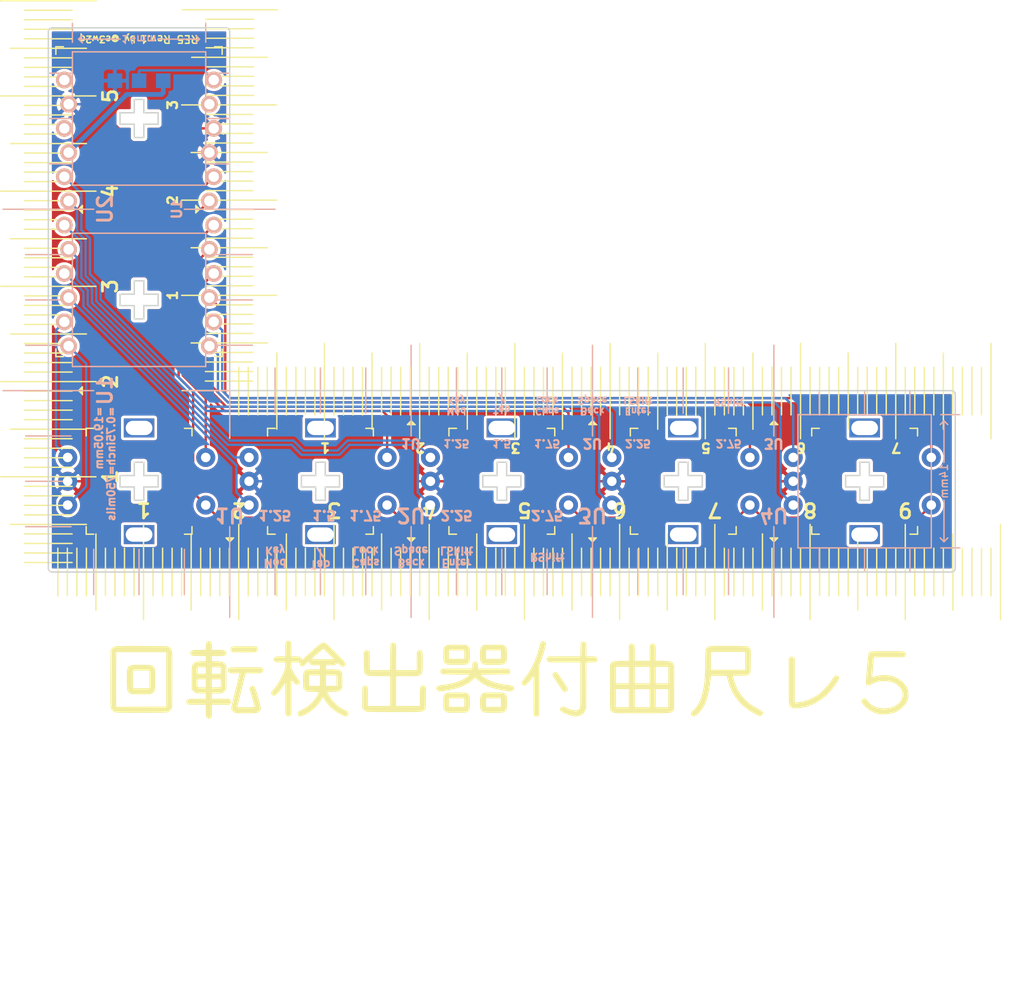
<source format=kicad_pcb>
(kicad_pcb (version 20171130) (host pcbnew "(5.0.2)-1")
  (title_block (title "RE5 Macropad") (rev 1) (company @e3w2q))
  (layers (0 F.Cu signal) (31 B.Cu signal) (34 B.Paste user) (35 F.Paste user) (36 B.SilkS user) (37 F.SilkS user) (38 B.Mask user hide) (39 F.Mask user) (44 Edge.Cuts user))
  (net 0 "")
  (net 1 GND)
  (net 2 Y1)
  (net 3 X1)
  (net 4 X2)
  (net 5 X3)
  (net 6 X4)
  (net 7 X5)
  (net 8 led)
  (net 9 VCC)
  (net 10 reset)
  (net 11 1A)
  (net 12 5B)
  (net 13 5A)
  (net 14 4B)
  (net 15 4A)
  (net 16 3B)
  (net 17 3A)
  (net 18 2B)
  (net 19 2A)
  (net 20 1B)
  (module "#footprint:ArduinoProMicro-ZigZag_Backside_Print" (layer B.Cu) (at 47.228125 72.23125 270)
    (fp_text reference U1 hide)
    (fp_text value ProMicro)
    (pad 1 thru_hole circle (at -13.97 -7.8486 270) (size 1.7526 1.7526) (drill 1.0922) (layers *.Cu *.SilkS *.Mask) (net 8 led))
    (pad 2 thru_hole circle (at -11.43 -7.3914 270) (size 1.7526 1.7526) (drill 1.0922) (layers *.Cu *.SilkS *.Mask))
    (pad 3 thru_hole circle (at -8.89 -7.8486 270) (size 1.7526 1.7526) (drill 1.0922) (layers *.Cu *.SilkS *.Mask) (net 1 GND))
    (pad 4 thru_hole circle (at -6.35 -7.3914 270) (size 1.7526 1.7526) (drill 1.0922) (layers *.Cu *.SilkS *.Mask) (net 1 GND))
    (pad 5 thru_hole circle (at -3.81 -7.8486 270) (size 1.7526 1.7526) (drill 1.0922) (layers *.Cu *.SilkS *.Mask) (net 2 Y1))
    (pad 6 thru_hole circle (at -1.27 -7.3914 270) (size 1.7526 1.7526) (drill 1.0922) (layers *.Cu *.SilkS *.Mask) (net 3 X1))
    (pad 7 thru_hole circle (at 1.27 -7.8486 270) (size 1.7526 1.7526) (drill 1.0922) (layers *.Cu *.SilkS *.Mask) (net 4 X2))
    (pad 8 thru_hole circle (at 3.81 -7.3914 270) (size 1.7526 1.7526) (drill 1.0922) (layers *.Cu *.SilkS *.Mask) (net 5 X3))
    (pad 9 thru_hole circle (at 6.35 -7.8486 270) (size 1.7526 1.7526) (drill 1.0922) (layers *.Cu *.SilkS *.Mask) (net 6 X4))
    (pad 10 thru_hole circle (at 8.89 -7.3914 270) (size 1.7526 1.7526) (drill 1.0922) (layers *.Cu *.SilkS *.Mask) (net 7 X5))
    (pad 11 thru_hole circle (at 11.43 -7.8486 270) (size 1.7526 1.7526) (drill 1.0922) (layers *.Cu *.SilkS *.Mask) (net 13 5A))
    (pad 13 thru_hole circle (at 13.97 7.3914 270) (size 1.7526 1.7526) (drill 1.0922) (layers *.Cu *.SilkS *.Mask) (net 20 1B))
    (pad 14 thru_hole circle (at 11.43 7.8486 270) (size 1.7526 1.7526) (drill 1.0922) (layers *.Cu *.SilkS *.Mask) (net 11 1A))
    (pad 15 thru_hole circle (at 8.89 7.3914 270) (size 1.7526 1.7526) (drill 1.0922) (layers *.Cu *.SilkS *.Mask) (net 18 2B))
    (pad 16 thru_hole circle (at 6.35 7.8486 270) (size 1.7526 1.7526) (drill 1.0922) (layers *.Cu *.SilkS *.Mask) (net 19 2A))
    (pad 17 thru_hole circle (at 3.81 7.3914 270) (size 1.7526 1.7526) (drill 1.0922) (layers *.Cu *.SilkS *.Mask) (net 16 3B))
    (pad 18 thru_hole circle (at 1.27 7.8486 270) (size 1.7526 1.7526) (drill 1.0922) (layers *.Cu *.SilkS *.Mask) (net 17 3A))
    (pad 19 thru_hole circle (at -1.27 7.3914 270) (size 1.7526 1.7526) (drill 1.0922) (layers *.Cu *.SilkS *.Mask) (net 14 4B))
    (pad 20 thru_hole circle (at -3.81 7.8486 270) (size 1.7526 1.7526) (drill 1.0922) (layers *.Cu *.SilkS *.Mask) (net 15 4A))
    (pad 21 thru_hole circle (at -6.35 7.3914 270) (size 1.7526 1.7526) (drill 1.0922) (layers *.Cu *.SilkS *.Mask) (net 9 VCC))
    (pad 22 thru_hole circle (at -8.89 7.8486 270) (size 1.7526 1.7526) (drill 1.0922) (layers *.Cu *.SilkS *.Mask) (net 10 reset))
    (pad 23 thru_hole circle (at -11.43 7.3914 270) (size 1.7526 1.7526) (drill 1.0922) (layers *.Cu *.SilkS *.Mask) (net 1 GND))
    (pad 12 thru_hole circle (at 13.97 -7.3914 270) (size 1.7526 1.7526) (drill 1.0922) (layers *.Cu *.SilkS *.Mask) (net 12 5B))
    (pad 24 thru_hole circle (at -13.97 7.8486 270) (size 1.7526 1.7526) (drill 1.0922) (layers *.Cu *.SilkS *.Mask))
  )
  (module "#footprint:RotaryEncoder_Alps_EC11E-Switch_Vertical_H20mm_rev2" (layer F.Cu) (at 47.234094 100.403406)
    (fp_text reference SW1)
    (fp_text value Rotary_Encoder_Switch)
    (pad S1 thru_hole circle (at 7 2.5) (size 2 2) (drill 1) (layers *.Cu *.Mask) (net 2 Y1))
    (pad S2 thru_hole circle (at 7 -2.5) (size 2 2) (drill 1) (layers *.Cu *.Mask) (net 3 X1))
    (pad MP thru_hole rect (at 0 5.6) (size 3.2 2) (drill oval 2.8 1.5) (layers *.Cu *.Mask))
    (pad MP thru_hole rect (at 0 -5.6) (size 3.2 2) (drill oval 2.8 1.5) (layers *.Cu *.Mask))
    (pad B thru_hole circle (at -7.5 2.5) (size 2 2) (drill 1) (layers *.Cu *.Mask) (net 20 1B))
    (pad C thru_hole circle (at -7.5 0) (size 2 2) (drill 1) (layers *.Cu *.Mask) (net 1 GND))
    (pad A thru_hole circle (at -7.5 -2.5) (size 2 2) (drill 1) (layers *.Cu *.Mask) (net 11 1A))
  )
  (module "#footprint:RotaryEncoder_Alps_EC11E-Switch_Vertical_H20mm_rev2" (layer F.Cu) (at 66.284094 100.403406)
    (fp_text reference SW2)
    (fp_text value Rotary_Encoder_Switch)
    (pad S1 thru_hole circle (at 7 2.5) (size 2 2) (drill 1) (layers *.Cu *.Mask) (net 2 Y1))
    (pad S2 thru_hole circle (at 7 -2.5) (size 2 2) (drill 1) (layers *.Cu *.Mask) (net 4 X2))
    (pad MP thru_hole rect (at 0 5.6) (size 3.2 2) (drill oval 2.8 1.5) (layers *.Cu *.Mask))
    (pad MP thru_hole rect (at 0 -5.6) (size 3.2 2) (drill oval 2.8 1.5) (layers *.Cu *.Mask))
    (pad B thru_hole circle (at -7.5 2.5) (size 2 2) (drill 1) (layers *.Cu *.Mask) (net 18 2B))
    (pad C thru_hole circle (at -7.5 0) (size 2 2) (drill 1) (layers *.Cu *.Mask) (net 1 GND))
    (pad A thru_hole circle (at -7.5 -2.5) (size 2 2) (drill 1) (layers *.Cu *.Mask) (net 19 2A))
  )
  (module "#footprint:RotaryEncoder_Alps_EC11E-Switch_Vertical_H20mm_rev2" (layer F.Cu) (at 85.334094 100.403406)
    (fp_text reference SW3)
    (fp_text value Rotary_Encoder_Switch)
    (pad S1 thru_hole circle (at 7 2.5) (size 2 2) (drill 1) (layers *.Cu *.Mask) (net 2 Y1))
    (pad S2 thru_hole circle (at 7 -2.5) (size 2 2) (drill 1) (layers *.Cu *.Mask) (net 5 X3))
    (pad MP thru_hole rect (at 0 5.6) (size 3.2 2) (drill oval 2.8 1.5) (layers *.Cu *.Mask))
    (pad MP thru_hole rect (at 0 -5.6) (size 3.2 2) (drill oval 2.8 1.5) (layers *.Cu *.Mask))
    (pad B thru_hole circle (at -7.5 2.5) (size 2 2) (drill 1) (layers *.Cu *.Mask) (net 16 3B))
    (pad C thru_hole circle (at -7.5 0) (size 2 2) (drill 1) (layers *.Cu *.Mask) (net 1 GND))
    (pad A thru_hole circle (at -7.5 -2.5) (size 2 2) (drill 1) (layers *.Cu *.Mask) (net 17 3A))
  )
  (module "#footprint:RotaryEncoder_Alps_EC11E-Switch_Vertical_H20mm_rev2" (layer F.Cu) (at 104.384094 100.403406)
    (fp_text reference SW4)
    (fp_text value Rotary_Encoder_Switch)
    (pad S1 thru_hole circle (at 7 2.5) (size 2 2) (drill 1) (layers *.Cu *.Mask) (net 2 Y1))
    (pad S2 thru_hole circle (at 7 -2.5) (size 2 2) (drill 1) (layers *.Cu *.Mask) (net 6 X4))
    (pad MP thru_hole rect (at 0 5.6) (size 3.2 2) (drill oval 2.8 1.5) (layers *.Cu *.Mask))
    (pad MP thru_hole rect (at 0 -5.6) (size 3.2 2) (drill oval 2.8 1.5) (layers *.Cu *.Mask))
    (pad B thru_hole circle (at -7.5 2.5) (size 2 2) (drill 1) (layers *.Cu *.Mask) (net 14 4B))
    (pad C thru_hole circle (at -7.5 0) (size 2 2) (drill 1) (layers *.Cu *.Mask) (net 1 GND))
    (pad A thru_hole circle (at -7.5 -2.5) (size 2 2) (drill 1) (layers *.Cu *.Mask) (net 15 4A))
  )
  (module "#footprint:RotaryEncoder_Alps_EC11E-Switch_Vertical_H20mm_rev2" (layer F.Cu) (at 123.434094 100.403406)
    (fp_text reference SW5)
    (fp_text value Rotary_Encoder_Switch)
    (pad S1 thru_hole circle (at 7 2.5) (size 2 2) (drill 1) (layers *.Cu *.Mask) (net 2 Y1))
    (pad S2 thru_hole circle (at 7 -2.5) (size 2 2) (drill 1) (layers *.Cu *.Mask) (net 7 X5))
    (pad MP thru_hole rect (at 0 5.6) (size 3.2 2) (drill oval 2.8 1.5) (layers *.Cu *.Mask))
    (pad MP thru_hole rect (at 0 -5.6) (size 3.2 2) (drill oval 2.8 1.5) (layers *.Cu *.Mask))
    (pad B thru_hole circle (at -7.5 2.5) (size 2 2) (drill 1) (layers *.Cu *.Mask) (net 12 5B))
    (pad C thru_hole circle (at -7.5 0) (size 2 2) (drill 1) (layers *.Cu *.Mask) (net 1 GND))
    (pad A thru_hole circle (at -7.5 -2.5) (size 2 2) (drill 1) (layers *.Cu *.Mask) (net 13 5A))
  )
  (module "#footprint:RE5_logo" (layer F.Cu) (at 86.127844 121.040906)
    (fp_text reference G*** hide)
    (fp_text value LOGO hide)
  )
  (module "#footprint:Ruler_mm_Size" (layer F.Cu) (at 126.703125 90.934375)
    (fp_text reference Ref** hide)
    (fp_text value Val** hide)
  )
  (module "#footprint:Ruler_mm_Size" (layer F.Cu) (at 116.703125 90.934375)
    (fp_text reference Ref** hide)
    (fp_text value Val** hide)
  )
  (module "#footprint:Ruler_mm_Size" (layer F.Cu) (at 106.703125 90.934375)
    (fp_text reference Ref** hide)
    (fp_text value Val** hide)
  )
  (module "#footprint:Ruler_mm_Size" (layer F.Cu) (at 96.703125 90.934375)
    (fp_text reference Ref** hide)
    (fp_text value Val** hide)
  )
  (module "#footprint:Ruler_mm_Size" (layer F.Cu) (at 86.703125 90.934375)
    (fp_text reference Ref** hide)
    (fp_text value Val** hide)
  )
  (module "#footprint:Ruler_mm_Size" (layer F.Cu) (at 76.703125 90.934375)
    (fp_text reference Ref** hide)
    (fp_text value Val** hide)
  )
  (module "#footprint:Ruler_mm_Size" (layer F.Cu) (at 66.703125 90.934375)
    (fp_text reference Ref** hide)
    (fp_text value Val** hide)
  )
  (module "#footprint:Ruler_mm_Size" (layer F.Cu) (at 56.703125 90.934375)
    (fp_text reference Ref** hide)
    (fp_text value Val** hide)
  )
  (module "#footprint:Ruler_mm_Size" (layer F.Cu) (at 56.759094 60.878406 90)
    (fp_text reference Ref** hide)
    (fp_text value Val** hide)
  )
  (module "#footprint:Ruler_mm_Size" (layer F.Cu) (at 56.703125 70.878406 90)
    (fp_text reference Ref** hide)
    (fp_text value Val** hide)
  )
  (module "#footprint:Ruler_mm_Size" (layer F.Cu) (at 56.703125 80.878406 90)
    (fp_text reference Ref** hide)
    (fp_text value Val** hide)
  )
  (module "#footprint:Ruler_mm_Size" (layer F.Cu) (at 56.703125 90.878406 90)
    (fp_text reference Ref** hide)
    (fp_text value Val** hide)
  )
  (module "#footprint:Ruler_mm_Size" (layer F.Cu) (at 37.703125 59.934375 90)
    (fp_text reference Ref** hide)
    (fp_text value Val** hide)
  )
  (module "#footprint:Ruler_mm_Size" (layer F.Cu) (at 37.703125 69.934375 90)
    (fp_text reference Ref** hide)
    (fp_text value Val** hide)
  )
  (module "#footprint:Ruler_mm_Size" (layer F.Cu) (at 37.703125 79.934375 90)
    (fp_text reference Ref** hide)
    (fp_text value Val** hide)
  )
  (module "#footprint:Ruler_mm_Size" (layer F.Cu) (at 37.703125 89.934375 90)
    (fp_text reference Ref** hide)
    (fp_text value Val** hide)
  )
  (module "#footprint:Ruler_mm_Size" (layer F.Cu) (at 37.703125 99.934375 90)
    (fp_text reference Ref** hide)
    (fp_text value Val** hide)
  )
  (module "#footprint:Ruler_mm_Size" (layer F.Cu) (at 37.703125 109.934375 90)
    (fp_text reference Ref** hide)
    (fp_text value Val** hide)
  )
  (module "#footprint:Ruler_mm_Size" (layer F.Cu) (at 127.703125 109.934375)
    (fp_text reference Ref** hide)
    (fp_text value Val** hide)
  )
  (module "#footprint:Ruler_mm_Size" (layer F.Cu) (at 117.703125 109.934375)
    (fp_text reference Ref** hide)
    (fp_text value Val** hide)
  )
  (module "#footprint:Ruler_mm_Size" (layer F.Cu) (at 107.703125 109.934375)
    (fp_text reference Ref** hide)
    (fp_text value Val** hide)
  )
  (module "#footprint:Ruler_mm_Size" (layer F.Cu) (at 97.703125 109.934375)
    (fp_text reference Ref** hide)
    (fp_text value Val** hide)
  )
  (module "#footprint:Ruler_mm_Size" (layer F.Cu) (at 87.703125 109.934375)
    (fp_text reference Ref** hide)
    (fp_text value Val** hide)
  )
  (module "#footprint:Ruler_mm_Size" (layer F.Cu) (at 77.703125 109.934375)
    (fp_text reference Ref** hide)
    (fp_text value Val** hide)
  )
  (module "#footprint:Ruler_mm_Size" (layer F.Cu) (at 67.703125 109.934375)
    (fp_text reference Ref** hide)
    (fp_text value Val** hide)
  )
  (module "#footprint:Ruler_mm_Size" (layer F.Cu) (at 57.703125 109.934375)
    (fp_text reference Ref** hide)
    (fp_text value Val** hide)
  )
  (module "#footprint:Ruler_mm_Size" (layer F.Cu) (at 47.703125 109.934375)
    (fp_text reference Ref** hide)
    (fp_text value Val** hide)
  )
  (module "#footprint:Ruler_mm_Size" (layer F.Cu) (at 37.703125 109.934375)
    (fp_text reference Ref** hide)
    (fp_text value Val** hide)
  )
  (module "#footprint:Ruler_Unit_Size" (layer B.Cu) (at 56.753125 90.884375 90)
    (fp_text reference Ref** hide)
    (fp_text value Val** hide)
  )
  (module "#footprint:Ruler_Unit_Size" (layer B.Cu) (at 37.703125 90.884375 90)
    (fp_text reference Ref** hide)
    (fp_text value Val** hide)
  )
  (module "#footprint:Ruler_Unit_Size" (layer B.Cu) (at 37.703125 109.934375 90)
    (fp_text reference Ref** hide)
    (fp_text value Val** hide)
  )
  (module "#footprint:Ruler_Unit_Size" (layer B.Cu) (at 94.853125 109.934375)
    (fp_text reference Ref** hide)
    (fp_text value Val** hide)
  )
  (module "#footprint:Ruler_Unit_Size" (layer B.Cu) (at 75.803125 109.934375)
    (fp_text reference Ref** hide)
    (fp_text value Val** hide)
  )
  (module "#footprint:Ruler_Unit_Size" (layer B.Cu) (at 56.753125 109.934375)
    (fp_text reference Ref** hide)
    (fp_text value Val** hide)
  )
  (module "#footprint:Ruler_Unit_Size" (layer B.Cu) (at 37.703125 109.934375)
    (fp_text reference Ref** hide)
    (fp_text value Val** hide)
  )
  (module "#footprint:Ruler_Unit_Size" (layer B.Cu) (at 94.853125 90.884375)
    (fp_text reference Ref** hide)
    (fp_text value Val** hide)
  )
  (module "#footprint:Ruler_Unit_Size" (layer B.Cu) (at 75.803125 90.884375)
    (fp_text reference Ref** hide)
    (fp_text value Val** hide)
  )
  (module "#footprint:StripLED_rev2" (layer F.Cu) (at 44.694094 58.334656 90)
    (fp_text reference J1 hide)
    (fp_text value Conn_01x03 hide)
    (pad 1 smd rect (at 0 5.08 90) (size 1.524 1.524) (layers B.Cu B.Paste B.Mask) (net 9 VCC))
    (pad 2 smd rect (at 0 2.54 90) (size 1.524 1.524) (layers B.Cu B.Paste B.Mask) (net 8 led))
    (pad 3 smd rect (at 0 0 90) (size 1.524 1.524) (layers B.Cu B.Paste B.Mask) (net 1 GND))
  )
  (module "#footprint:Ruler_Unit_Size" (layer B.Cu) (at 56.753125 90.884375)
    (fp_text reference Ref** hide)
    (fp_text value Val** hide)
  )
  (gr_text "=19.05mm\n=0.75inch=750mils" (at 43.662219 92.465906 90) (layer B.SilkS) (effects (font (size 0.8 0.8) (thickness 0.2)) (justify left mirror)))
  (gr_line (start 133.434094 93.403406) (end 131.434094 93.403406) (layer B.SilkS) (width 0.15))
  (gr_line (start 133.434094 107.403406) (end 131.434094 107.403406) (layer B.SilkS) (width 0.15))
  (gr_line (start 131.768469 98.419031) (end 131.768469 94.053406) (layer B.SilkS) (width 0.15))
  (gr_line (start 131.768469 106.753406) (end 131.371594 106.356531) (layer B.SilkS) (width 0.15))
  (gr_line (start 131.768469 106.753406) (end 132.165344 106.356531) (layer B.SilkS) (width 0.15))
  (gr_line (start 131.768469 94.053406) (end 131.371594 94.450281) (layer B.SilkS) (width 0.15))
  (gr_line (start 131.768469 102.387781) (end 131.768469 106.753406) (layer B.SilkS) (width 0.15))
  (gr_line (start 131.768469 94.053406) (end 132.165344 94.450281) (layer B.SilkS) (width 0.15))
  (gr_text 14mm (at 131.768469 100.403406 90) (layer B.SilkS) (effects (font (size 0.8 0.8)) (justify mirror)))
  (gr_line (start 116.434094 107.403406) (end 130.434094 107.403406) (layer B.SilkS) (width 0.15))
  (gr_line (start 130.434094 93.403406) (end 116.434094 93.403406) (layer B.SilkS) (width 0.15))
  (gr_line (start 130.434094 107.403406) (end 130.434094 93.403406) (layer B.SilkS) (width 0.15))
  (gr_line (start 116.434094 93.403406) (end 116.434094 107.403406) (layer B.SilkS) (width 0.15))
  (gr_line (start 40.234094 88.353406) (end 54.234094 88.353406) (layer B.SilkS) (width 0.15))
  (gr_line (start 54.234094 74.353406) (end 40.234094 74.353406) (layer B.SilkS) (width 0.15))
  (gr_line (start 40.234094 74.353406) (end 40.234094 88.353406) (layer B.SilkS) (width 0.15))
  (gr_line (start 54.234094 88.353406) (end 54.234094 74.353406) (layer B.SilkS) (width 0.15))
  (gr_line (start 40.884094 53.969031) (end 41.280969 54.365906) (layer B.SilkS) (width 0.15))
  (gr_line (start 40.884094 53.969031) (end 41.280969 53.572156) (layer B.SilkS) (width 0.15))
  (gr_line (start 45.249719 53.969031) (end 40.884094 53.969031) (layer B.SilkS) (width 0.15))
  (gr_line (start 53.584094 53.969031) (end 53.187219 54.365906) (layer B.SilkS) (width 0.15))
  (gr_line (start 53.584094 53.969031) (end 53.187219 53.572156) (layer B.SilkS) (width 0.15))
  (gr_line (start 49.218469 53.969031) (end 53.584094 53.969031) (layer B.SilkS) (width 0.15))
  (gr_text 14mm (at 47.234094 53.969031 180) (layer B.SilkS) (effects (font (size 0.8 0.8)) (justify mirror)))
  (gr_line (start 40.234094 52.303406) (end 40.234094 54.303406) (layer B.SilkS) (width 0.15))
  (gr_line (start 54.234094 52.303406) (end 54.234094 54.303406) (layer B.SilkS) (width 0.15))
  (gr_line (start 54.234094 69.303406) (end 54.234094 55.303406) (layer B.SilkS) (width 0.15))
  (gr_line (start 40.234094 69.303406) (end 54.234094 69.303406) (layer B.SilkS) (width 0.15))
  (gr_line (start 40.234094 55.303406) (end 40.234094 69.303406) (layer B.SilkS) (width 0.15))
  (gr_line (start 54.234094 55.303406) (end 40.234094 55.303406) (layer B.SilkS) (width 0.15))
  (gr_line (start 49.234094 62.903406) (end 49.234094 61.703406) (layer Edge.Cuts) (width 0.15))
  (gr_line (start 47.734094 60.303406) (end 46.734094 60.303406) (layer Edge.Cuts) (width 0.15))
  (gr_line (start 45.234094 61.703406) (end 45.234094 62.903406) (layer Edge.Cuts) (width 0.15))
  (gr_line (start 46.734094 64.303406) (end 47.734094 64.303406) (layer Edge.Cuts) (width 0.15))
  (gr_line (start 47.734094 62.903406) (end 49.234094 62.903406) (layer Edge.Cuts) (width 0.15))
  (gr_line (start 45.234094 62.903406) (end 46.734094 62.903406) (layer Edge.Cuts) (width 0.15))
  (gr_line (start 46.734094 62.903406) (end 46.734094 64.303406) (layer Edge.Cuts) (width 0.15))
  (gr_line (start 46.734094 60.303406) (end 46.734094 61.703406) (layer Edge.Cuts) (width 0.15))
  (gr_line (start 46.734094 61.703406) (end 45.234094 61.703406) (layer Edge.Cuts) (width 0.15))
  (gr_line (start 47.734094 61.703406) (end 47.734094 60.303406) (layer Edge.Cuts) (width 0.15))
  (gr_line (start 47.734094 64.303406) (end 47.734094 62.903406) (layer Edge.Cuts) (width 0.15))
  (gr_line (start 49.234094 61.703406) (end 47.734094 61.703406) (layer Edge.Cuts) (width 0.15))
  (gr_line (start 46.734094 81.953406) (end 46.734094 83.353406) (layer Edge.Cuts) (width 0.15))
  (gr_line (start 46.734094 79.353406) (end 46.734094 80.753406) (layer Edge.Cuts) (width 0.15))
  (gr_line (start 46.734094 80.753406) (end 45.234094 80.753406) (layer Edge.Cuts) (width 0.15))
  (gr_line (start 47.734094 81.953406) (end 49.234094 81.953406) (layer Edge.Cuts) (width 0.15))
  (gr_line (start 47.734094 80.753406) (end 47.734094 79.353406) (layer Edge.Cuts) (width 0.15))
  (gr_line (start 47.734094 83.353406) (end 47.734094 81.953406) (layer Edge.Cuts) (width 0.15))
  (gr_line (start 45.234094 81.953406) (end 46.734094 81.953406) (layer Edge.Cuts) (width 0.15))
  (gr_line (start 46.734094 83.353406) (end 47.734094 83.353406) (layer Edge.Cuts) (width 0.15))
  (gr_line (start 45.234094 80.753406) (end 45.234094 81.953406) (layer Edge.Cuts) (width 0.15))
  (gr_line (start 47.734094 79.353406) (end 46.734094 79.353406) (layer Edge.Cuts) (width 0.15))
  (gr_line (start 49.234094 81.953406) (end 49.234094 80.753406) (layer Edge.Cuts) (width 0.15))
  (gr_line (start 49.234094 80.753406) (end 47.734094 80.753406) (layer Edge.Cuts) (width 0.15))
  (gr_text 2.75 (at 90.096594 103.975281 180) (layer B.SilkS) (effects (font (size 1 1) (thickness 0.25)) (justify mirror)))
  (gr_text 2.25 (at 80.571594 103.975281 180) (layer B.SilkS) (effects (font (size 1 1) (thickness 0.25)) (justify mirror)))
  (gr_text 1.75 (at 71.046594 103.975281 180) (layer B.SilkS) (effects (font (size 1 1) (thickness 0.25)) (justify mirror)))
  (gr_text 1.5 (at 66.680969 103.975281 180) (layer B.SilkS) (effects (font (size 1 1) (thickness 0.25)) (justify mirror)))
  (gr_text 1.25 (at 61.521594 103.975281 180) (layer B.SilkS) (effects (font (size 1 1) (thickness 0.25)) (justify mirror)))
  (gr_text RShift (at 90.096594 108.340906 180) (layer B.SilkS) (effects (font (size 0.8 0.8) (thickness 0.2)) (justify mirror)))
  (gr_text "Enter\nLShift" (at 80.571594 108.340906 180) (layer B.SilkS) (effects (font (size 0.8 0.8) (thickness 0.2)) (justify mirror)))
  (gr_text "Back\nSpace" (at 75.809094 108.340906 180) (layer B.SilkS) (effects (font (size 0.8 0.8) (thickness 0.2)) (justify mirror)))
  (gr_text "Caps\nLock" (at 71.046594 108.340906 180) (layer B.SilkS) (effects (font (size 0.8 0.8) (thickness 0.2)) (justify mirror)))
  (gr_text / (at 66.284094 107.944031 180) (layer B.SilkS) (effects (font (size 0.8 0.8) (thickness 0.2)) (justify mirror)))
  (gr_text Tab (at 66.284094 109.134656 180) (layer B.SilkS) (effects (font (size 0.8 0.8) (thickness 0.2)) (justify mirror)))
  (gr_text "Mod\nKey" (at 61.521594 108.340906 180) (layer B.SilkS) (effects (font (size 0.8 0.8) (thickness 0.2)) (justify mirror)))
  (gr_line (start 125.434094 99.803406) (end 123.934094 99.803406) (layer Edge.Cuts) (width 0.15))
  (gr_line (start 122.934094 98.403406) (end 122.934094 99.803406) (layer Edge.Cuts) (width 0.15))
  (gr_line (start 125.434094 101.003406) (end 125.434094 99.803406) (layer Edge.Cuts) (width 0.15))
  (gr_line (start 123.934094 101.003406) (end 125.434094 101.003406) (layer Edge.Cuts) (width 0.15))
  (gr_line (start 122.934094 101.003406) (end 122.934094 102.403406) (layer Edge.Cuts) (width 0.15))
  (gr_line (start 123.934094 102.403406) (end 123.934094 101.003406) (layer Edge.Cuts) (width 0.15))
  (gr_line (start 121.434094 101.003406) (end 122.934094 101.003406) (layer Edge.Cuts) (width 0.15))
  (gr_line (start 122.934094 99.803406) (end 121.434094 99.803406) (layer Edge.Cuts) (width 0.15))
  (gr_line (start 123.934094 99.803406) (end 123.934094 98.403406) (layer Edge.Cuts) (width 0.15))
  (gr_line (start 122.934094 102.403406) (end 123.934094 102.403406) (layer Edge.Cuts) (width 0.15))
  (gr_line (start 121.434094 99.803406) (end 121.434094 101.003406) (layer Edge.Cuts) (width 0.15))
  (gr_line (start 123.934094 98.403406) (end 122.934094 98.403406) (layer Edge.Cuts) (width 0.15))
  (gr_line (start 106.384094 99.803406) (end 104.884094 99.803406) (layer Edge.Cuts) (width 0.15))
  (gr_line (start 103.884094 98.403406) (end 103.884094 99.803406) (layer Edge.Cuts) (width 0.15))
  (gr_line (start 106.384094 101.003406) (end 106.384094 99.803406) (layer Edge.Cuts) (width 0.15))
  (gr_line (start 104.884094 102.403406) (end 104.884094 101.003406) (layer Edge.Cuts) (width 0.15))
  (gr_line (start 103.884094 99.803406) (end 102.384094 99.803406) (layer Edge.Cuts) (width 0.15))
  (gr_line (start 103.884094 102.403406) (end 104.884094 102.403406) (layer Edge.Cuts) (width 0.15))
  (gr_line (start 104.884094 99.803406) (end 104.884094 98.403406) (layer Edge.Cuts) (width 0.15))
  (gr_line (start 102.384094 99.803406) (end 102.384094 101.003406) (layer Edge.Cuts) (width 0.15))
  (gr_line (start 104.884094 98.403406) (end 103.884094 98.403406) (layer Edge.Cuts) (width 0.15))
  (gr_line (start 104.884094 101.003406) (end 106.384094 101.003406) (layer Edge.Cuts) (width 0.15))
  (gr_line (start 102.384094 101.003406) (end 103.884094 101.003406) (layer Edge.Cuts) (width 0.15))
  (gr_line (start 103.884094 101.003406) (end 103.884094 102.403406) (layer Edge.Cuts) (width 0.15))
  (gr_line (start 87.334094 99.803406) (end 85.834094 99.803406) (layer Edge.Cuts) (width 0.15))
  (gr_line (start 84.834094 98.403406) (end 84.834094 99.803406) (layer Edge.Cuts) (width 0.15))
  (gr_line (start 87.334094 101.003406) (end 87.334094 99.803406) (layer Edge.Cuts) (width 0.15))
  (gr_line (start 85.834094 101.003406) (end 87.334094 101.003406) (layer Edge.Cuts) (width 0.15))
  (gr_line (start 84.834094 99.803406) (end 83.334094 99.803406) (layer Edge.Cuts) (width 0.15))
  (gr_line (start 85.834094 99.803406) (end 85.834094 98.403406) (layer Edge.Cuts) (width 0.15))
  (gr_line (start 85.834094 98.403406) (end 84.834094 98.403406) (layer Edge.Cuts) (width 0.15))
  (gr_line (start 85.834094 102.403406) (end 85.834094 101.003406) (layer Edge.Cuts) (width 0.15))
  (gr_line (start 83.334094 101.003406) (end 84.834094 101.003406) (layer Edge.Cuts) (width 0.15))
  (gr_line (start 84.834094 102.403406) (end 85.834094 102.403406) (layer Edge.Cuts) (width 0.15))
  (gr_line (start 83.334094 99.803406) (end 83.334094 101.003406) (layer Edge.Cuts) (width 0.15))
  (gr_line (start 84.834094 101.003406) (end 84.834094 102.403406) (layer Edge.Cuts) (width 0.15))
  (gr_line (start 65.784094 101.003406) (end 65.784094 102.403406) (layer Edge.Cuts) (width 0.15))
  (gr_line (start 65.784094 98.403406) (end 65.784094 99.803406) (layer Edge.Cuts) (width 0.15))
  (gr_line (start 65.784094 99.803406) (end 64.284094 99.803406) (layer Edge.Cuts) (width 0.15))
  (gr_line (start 66.784094 101.003406) (end 68.284094 101.003406) (layer Edge.Cuts) (width 0.15))
  (gr_line (start 66.784094 99.803406) (end 66.784094 98.403406) (layer Edge.Cuts) (width 0.15))
  (gr_line (start 66.784094 102.403406) (end 66.784094 101.003406) (layer Edge.Cuts) (width 0.15))
  (gr_line (start 64.284094 101.003406) (end 65.784094 101.003406) (layer Edge.Cuts) (width 0.15))
  (gr_line (start 65.784094 102.403406) (end 66.784094 102.403406) (layer Edge.Cuts) (width 0.15))
  (gr_line (start 64.284094 99.803406) (end 64.284094 101.003406) (layer Edge.Cuts) (width 0.15))
  (gr_line (start 66.784094 98.403406) (end 65.784094 98.403406) (layer Edge.Cuts) (width 0.15))
  (gr_line (start 68.284094 101.003406) (end 68.284094 99.803406) (layer Edge.Cuts) (width 0.15))
  (gr_line (start 68.284094 99.803406) (end 66.784094 99.803406) (layer Edge.Cuts) (width 0.15))
  (gr_line (start 49.234094 101.003406) (end 49.234094 99.803406) (layer Edge.Cuts) (width 0.15))
  (gr_line (start 46.734094 102.403406) (end 47.734094 102.403406) (layer Edge.Cuts) (width 0.15))
  (gr_line (start 45.234094 99.803406) (end 45.234094 101.003406) (layer Edge.Cuts) (width 0.15))
  (gr_line (start 47.734094 98.403406) (end 46.734094 98.403406) (layer Edge.Cuts) (width 0.15))
  (gr_line (start 47.734094 101.003406) (end 49.234094 101.003406) (layer Edge.Cuts) (width 0.15))
  (gr_line (start 47.734094 102.403406) (end 47.734094 101.003406) (layer Edge.Cuts) (width 0.15))
  (gr_line (start 46.734094 101.003406) (end 46.734094 102.403406) (layer Edge.Cuts) (width 0.15))
  (gr_line (start 45.234094 101.003406) (end 46.734094 101.003406) (layer Edge.Cuts) (width 0.15))
  (gr_line (start 46.734094 99.803406) (end 45.234094 99.803406) (layer Edge.Cuts) (width 0.15))
  (gr_line (start 46.734094 98.403406) (end 46.734094 99.803406) (layer Edge.Cuts) (width 0.15))
  (gr_line (start 47.734094 99.803406) (end 47.734094 98.403406) (layer Edge.Cuts) (width 0.15))
  (gr_line (start 49.234094 99.803406) (end 47.734094 99.803406) (layer Edge.Cuts) (width 0.15))
  (gr_poly (pts (xy 53.187219 71.431531) (xy 53.187219 72.225281) (xy 53.584094 71.828406)) (layer F.SilkS) (width 0.15))
  (gr_poly (pts (xy 40.884094 71.828406) (xy 41.280969 72.225281) (xy 41.280969 71.431531)) (layer F.SilkS) (width 0.15))
  (gr_poly (pts (xy 41.280969 91.275281) (xy 41.280969 90.481531) (xy 40.884094 90.878406)) (layer F.SilkS) (width 0.15))
  (gr_poly (pts (xy 75.412219 94.450281) (xy 76.205969 94.450281) (xy 75.809094 94.053406)) (layer F.SilkS) (width 0.15))
  (gr_poly (pts (xy 94.462219 94.450281) (xy 95.255969 94.450281) (xy 94.859094 94.053406)) (layer F.SilkS) (width 0.15))
  (gr_poly (pts (xy 113.512219 94.450281) (xy 114.305969 94.450281) (xy 113.909094 94.053406)) (layer F.SilkS) (width 0.15))
  (gr_poly (pts (xy 113.512219 106.356531) (xy 113.909094 106.753406) (xy 114.305969 106.356531)) (layer F.SilkS) (width 0.15))
  (gr_poly (pts (xy 94.462219 106.356531) (xy 94.859094 106.753406) (xy 95.255969 106.356531)) (layer F.SilkS) (width 0.15))
  (gr_poly (pts (xy 75.412219 106.356531) (xy 75.809094 106.753406) (xy 76.205969 106.356531)) (layer F.SilkS) (width 0.15))
  (gr_poly (pts (xy 56.362219 106.356531) (xy 56.759094 106.753406) (xy 57.155969 106.356531)) (layer F.SilkS) (width 0.15))
  (gr_text 2.75 (at 109.146594 96.434656 180) (layer B.SilkS) (effects (font (size 0.8 0.8) (thickness 0.2)) (justify mirror)))
  (gr_text 2.25 (at 99.621594 96.434656 180) (layer B.SilkS) (effects (font (size 0.8 0.8) (thickness 0.2)) (justify mirror)))
  (gr_text 1.75 (at 90.096594 96.434656 180) (layer B.SilkS) (effects (font (size 0.8 0.8) (thickness 0.2)) (justify mirror)))
  (gr_text 1.5 (at 85.334094 96.434656 180) (layer B.SilkS) (effects (font (size 0.8 0.8) (thickness 0.2)) (justify mirror)))
  (gr_text 1.25 (at 80.571594 96.434656 180) (layer B.SilkS) (effects (font (size 0.8 0.8) (thickness 0.2)) (justify mirror)))
  (gr_text "by @e3w2q" (at 40.884094 53.969031 180) (layer F.SilkS) (effects (font (size 0.7 0.7)) (justify right)))
  (gr_text 5 (at 44.209094 59.928406 90) (layer F.SilkS) (effects (font (size 1.5 1.5) (thickness 0.3))))
  (gr_text 4 (at 44.209094 69.928406 90) (layer F.SilkS) (effects (font (size 1.5 1.5) (thickness 0.3))))
  (gr_text 3 (at 44.209094 79.928406 90) (layer F.SilkS) (effects (font (size 1.5 1.5) (thickness 0.3))))
  (gr_text 2 (at 44.209094 89.928406 90) (layer F.SilkS) (effects (font (size 1.5 1.5) (thickness 0.3))))
  (gr_text 1 (at 44.209094 99.928406 90) (layer F.SilkS) (effects (font (size 1.5 1.5) (thickness 0.3))))
  (gr_text 9 (at 127.709094 103.428406 180) (layer F.SilkS) (effects (font (size 1.5 1.5) (thickness 0.3))))
  (gr_text 8 (at 117.709094 103.428406 180) (layer F.SilkS) (effects (font (size 1.5 1.5) (thickness 0.3))))
  (gr_text 7 (at 107.709094 103.428406 180) (layer F.SilkS) (effects (font (size 1.5 1.5) (thickness 0.3))))
  (gr_text 6 (at 97.709094 103.428406 180) (layer F.SilkS) (effects (font (size 1.5 1.5) (thickness 0.3))))
  (gr_text 5 (at 87.709094 103.428406 180) (layer F.SilkS) (effects (font (size 1.5 1.5) (thickness 0.3))))
  (gr_text 4 (at 77.709094 103.428406 180) (layer F.SilkS) (effects (font (size 1.5 1.5) (thickness 0.3))))
  (gr_text 3 (at 67.709094 103.428406 180) (layer F.SilkS) (effects (font (size 1.5 1.5) (thickness 0.3))))
  (gr_text 2 (at 57.709094 103.428406 180) (layer F.SilkS) (effects (font (size 1.5 1.5) (thickness 0.3))))
  (gr_text 1 (at 47.709094 103.428406 180) (layer F.SilkS) (effects (font (size 1.5 1.5) (thickness 0.3))))
  (gr_text 3 (at 50.759094 60.878406 90) (layer F.SilkS) (effects (font (size 1 1) (thickness 0.25))))
  (gr_text 2 (at 50.759094 70.878406 90) (layer F.SilkS) (effects (font (size 1 1) (thickness 0.25))))
  (gr_text 1 (at 50.759094 80.878406 90) (layer F.SilkS) (effects (font (size 1 1) (thickness 0.25))))
  (gr_text 7 (at 126.759094 96.878406 180) (layer F.SilkS) (effects (font (size 1 1) (thickness 0.25))))
  (gr_text 6 (at 116.759094 96.878406 180) (layer F.SilkS) (effects (font (size 1 1) (thickness 0.25))))
  (gr_text 5 (at 106.759094 96.878406 180) (layer F.SilkS) (effects (font (size 1 1) (thickness 0.25))))
  (gr_text 4 (at 96.759094 96.878406 180) (layer F.SilkS) (effects (font (size 1 1) (thickness 0.25))))
  (gr_text 3 (at 86.759094 96.878406 180) (layer F.SilkS) (effects (font (size 1 1) (thickness 0.25))))
  (gr_text 2 (at 76.759094 96.878406 180) (layer F.SilkS) (effects (font (size 1 1) (thickness 0.25))))
  (gr_text 1 (at 66.759094 96.878406 180) (layer F.SilkS) (effects (font (size 1 1) (thickness 0.25))))
  (gr_line (start 56.759094 90.878406) (end 51.759094 90.878406) (layer F.SilkS) (width 0.15))
  (gr_line (start 56.759094 90.878406) (end 56.759094 95.878406) (layer F.SilkS) (width 0.15))
  (gr_text RShift (at 109.140625 92.075 180) (layer B.SilkS) (effects (font (size 0.7 0.7) (thickness 0.175)) (justify mirror)))
  (gr_text "Enter\nLShift" (at 99.615625 92.471875 180) (layer B.SilkS) (effects (font (size 0.7 0.7) (thickness 0.175)) (justify mirror)))
  (gr_text "Back\nSpace" (at 94.853125 92.471875 180) (layer B.SilkS) (effects (font (size 0.7 0.7) (thickness 0.175)) (justify mirror)))
  (gr_text "Caps\nLock" (at 90.090625 92.471875 180) (layer B.SilkS) (effects (font (size 0.7 0.7) (thickness 0.175)) (justify mirror)))
  (gr_text / (at 85.328125 91.678125 180) (layer B.SilkS) (effects (font (size 0.7 0.7) (thickness 0.175)) (justify mirror)))
  (gr_text Tab (at 85.328125 92.86875 180) (layer B.SilkS) (effects (font (size 0.7 0.7) (thickness 0.175)) (justify mirror)))
  (gr_text "Mod\nKey" (at 80.565625 92.471875 180) (layer B.SilkS) (effects (font (size 0.7 0.7) (thickness 0.175)) (justify mirror)))
  (gr_text 4U (at 113.903125 103.98125 180) (layer B.SilkS) (effects (font (size 1.5 1.5) (thickness 0.3)) (justify mirror)))
  (gr_text 3U (at 113.903125 96.440625 180) (layer B.SilkS) (effects (font (size 1 1) (thickness 0.25)) (justify mirror)))
  (gr_text 3U (at 94.853125 103.98125 180) (layer B.SilkS) (effects (font (size 1.5 1.5) (thickness 0.3)) (justify mirror)))
  (gr_text 2U (at 94.853125 96.440625 180) (layer B.SilkS) (effects (font (size 1 1) (thickness 0.25)) (justify mirror)))
  (gr_text 2U (at 75.803125 103.98125 180) (layer B.SilkS) (effects (font (size 1.5 1.5) (thickness 0.3)) (justify mirror)))
  (gr_text 2U (at 43.65625 71.834375 90) (layer B.SilkS) (effects (font (size 1.5 1.5) (thickness 0.3)) (justify mirror)))
  (gr_text 1U (at 51.196875 71.834375 90) (layer B.SilkS) (effects (font (size 1 1) (thickness 0.25)) (justify mirror)))
  (gr_text 1U (at 43.65625 90.884375 90) (layer B.SilkS) (effects (font (size 1.5 1.5) (thickness 0.3)) (justify mirror)))
  (gr_text 1U (at 75.803125 96.440625 180) (layer B.SilkS) (effects (font (size 1 1) (thickness 0.25)) (justify mirror)))
  (gr_text 1U (at 56.753125 103.98125 180) (layer B.SilkS) (effects (font (size 1.5 1.5) (thickness 0.3)) (justify mirror)))
  (gr_line (start 128.190625 107.553125) (end 128.190625 109.934375) (layer B.SilkS) (width 0.15))
  (gr_line (start 123.428125 107.553125) (end 123.428125 109.934375) (layer B.SilkS) (width 0.15))
  (gr_line (start 118.665625 107.553125) (end 118.665625 109.934375) (layer B.SilkS) (width 0.15))
  (gr_line (start 128.190625 90.884375) (end 128.190625 93.265625) (layer B.SilkS) (width 0.15))
  (gr_line (start 123.428125 90.884375) (end 123.428125 93.265625) (layer B.SilkS) (width 0.15))
  (gr_line (start 118.665625 90.884375) (end 118.665625 93.265625) (layer B.SilkS) (width 0.15))
  (gr_line (start 40.084375 67.071875) (end 37.703125 67.071875) (layer B.SilkS) (width 0.15))
  (gr_line (start 40.084375 62.309375) (end 37.703125 62.309375) (layer B.SilkS) (width 0.15))
  (gr_line (start 40.084375 57.546875) (end 37.703125 57.546875) (layer B.SilkS) (width 0.15))
  (gr_line (start 56.753125 57.546875) (end 54.371875 57.546875) (layer B.SilkS) (width 0.15))
  (gr_line (start 56.753125 62.309375) (end 54.371875 62.309375) (layer B.SilkS) (width 0.15))
  (gr_line (start 56.753125 67.071875) (end 54.371875 67.071875) (layer B.SilkS) (width 0.15))
  (gr_line (start 56.753125 90.884375) (end 51.990625 90.884375) (layer B.SilkS) (width 0.15))
  (gr_line (start 56.753125 95.646875) (end 56.753125 90.884375) (layer B.SilkS) (width 0.15))
  (gr_arc (start 38.1 53.18125) (end 38.1 52.784375) (angle -90) (layer Edge.Cuts) (width 0.15))
  (gr_arc (start 56.35625 53.18125) (end 56.753125 53.18125) (angle -90) (layer Edge.Cuts) (width 0.15))
  (gr_arc (start 38.1 109.5375) (end 37.703125 109.5375) (angle -90) (layer Edge.Cuts) (width 0.15))
  (gr_arc (start 132.55625 109.5375) (end 132.55625 109.934375) (angle -90) (layer Edge.Cuts) (width 0.15))
  (gr_arc (start 132.55625 91.28125) (end 132.953125 91.28125) (angle -90) (layer Edge.Cuts) (width 0.15))
  (gr_line (start 56.759094 90.878406) (end 132.55625 90.884375) (layer Edge.Cuts) (width 0.15))
  (gr_line (start 38.1 52.784375) (end 56.35625 52.784375) (layer Edge.Cuts) (width 0.15))
  (gr_line (start 37.703125 109.5375) (end 37.703125 53.18125) (layer Edge.Cuts) (width 0.15))
  (gr_line (start 132.55625 109.934375) (end 38.1 109.934375) (layer Edge.Cuts) (width 0.15))
  (gr_line (start 132.953125 91.28125) (end 132.953125 109.5375) (layer Edge.Cuts) (width 0.15))
  (gr_line (start 56.753125 53.18125) (end 56.759094 90.878406) (layer Edge.Cuts) (width 0.15))
  (gr_text "RE5 Rev.1" (at 47.234094 53.969031 180) (layer F.SilkS) (effects (font (size 0.8 0.8)) (justify right)))
  (segment (start 38.734095 101.403405) (end 39.734094 100.403406) (width 0.25) (layer B.Cu) (net 1))
  (segment (start 38.409093 101.728407) (end 38.734095 101.403405) (width 0.25) (layer B.Cu) (net 1))
  (segment (start 38.409093 107.05653) (end 38.409093 101.728407) (width 0.25) (layer B.Cu) (net 1))
  (segment (start 58.784094 100.403406) (end 60.198307 100.403406) (width 0.25) (layer B.Cu) (net 1))
  (segment (start 61.124719 101.329818) (end 61.124719 106.753406) (width 0.25) (layer B.Cu) (net 1))
  (segment (start 61.124719 106.753406) (end 59.934094 107.944031) (width 0.25) (layer B.Cu) (net 1))
  (segment (start 60.198307 100.403406) (end 61.124719 101.329818) (width 0.25) (layer B.Cu) (net 1))
  (segment (start 59.934094 107.944031) (end 39.296594 107.944031) (width 0.25) (layer B.Cu) (net 1))
  (segment (start 39.296594 107.944031) (end 38.409093 107.05653) (width 0.25) (layer B.Cu) (net 1))
  (segment (start 44.590184 59.370609) (end 44.590184 58.358609) (width 0.25) (layer B.Cu) (net 1))
  (segment (start 43.159543 60.80125) (end 44.590184 59.370609) (width 0.25) (layer B.Cu) (net 1))
  (segment (start 39.836725 60.80125) (end 43.159543 60.80125) (width 0.25) (layer B.Cu) (net 1))
  (segment (start 50.484094 66.197156) (end 50.8 65.88125) (width 0.25) (layer F.Cu) (net 1))
  (segment (start 109.940344 100.403406) (end 115.934094 100.403406) (width 0.25) (layer F.Cu) (net 1))
  (segment (start 107.162219 103.181531) (end 109.940344 100.403406) (width 0.25) (layer F.Cu) (net 1))
  (segment (start 101.605969 103.181531) (end 107.162219 103.181531) (width 0.25) (layer F.Cu) (net 1))
  (segment (start 98.827844 100.403406) (end 101.605969 103.181531) (width 0.25) (layer F.Cu) (net 1))
  (segment (start 96.884094 100.403406) (end 98.827844 100.403406) (width 0.25) (layer F.Cu) (net 1))
  (segment (start 77.874719 100.403406) (end 79.818469 100.403406) (width 0.25) (layer F.Cu) (net 1))
  (segment (start 88.152844 103.181531) (end 90.930969 100.403406) (width 0.25) (layer F.Cu) (net 1))
  (segment (start 79.818469 100.403406) (end 82.596594 103.181531) (width 0.25) (layer F.Cu) (net 1))
  (segment (start 90.930969 100.403406) (end 96.924719 100.403406) (width 0.25) (layer F.Cu) (net 1))
  (segment (start 82.596594 103.181531) (end 88.152844 103.181531) (width 0.25) (layer F.Cu) (net 1))
  (segment (start 58.865344 100.403406) (end 60.809094 100.403406) (width 0.25) (layer F.Cu) (net 1))
  (segment (start 60.809094 100.403406) (end 63.587219 103.181531) (width 0.25) (layer F.Cu) (net 1))
  (segment (start 69.143469 103.181531) (end 71.921594 100.403406) (width 0.25) (layer F.Cu) (net 1))
  (segment (start 63.587219 103.181531) (end 69.143469 103.181531) (width 0.25) (layer F.Cu) (net 1))
  (segment (start 71.921594 100.403406) (end 77.915344 100.403406) (width 0.25) (layer F.Cu) (net 1))
  (segment (start 47.646239 65.88125) (end 42.566239 60.80125) (width 0.25) (layer F.Cu) (net 1))
  (segment (start 51.202844 65.88125) (end 47.646239 65.88125) (width 0.25) (layer F.Cu) (net 1))
  (segment (start 54.619525 65.88125) (end 51.202844 65.88125) (width 0.25) (layer F.Cu) (net 1))
  (segment (start 51.202844 65.88125) (end 50.8 65.88125) (width 0.25) (layer F.Cu) (net 1))
  (segment (start 42.566239 60.80125) (end 42.471594 60.80125) (width 0.25) (layer F.Cu) (net 1))
  (segment (start 39.836725 60.80125) (end 42.471594 60.80125) (width 0.25) (layer F.Cu) (net 1))
  (segment (start 53.584094 63.34125) (end 53.34 63.34125) (width 0.25) (layer F.Cu) (net 1))
  (segment (start 53.584094 63.34125) (end 55.076725 63.34125) (width 0.25) (layer F.Cu) (net 1))
  (segment (start 53.34 63.34125) (end 50.012219 66.669031) (width 0.25) (layer F.Cu) (net 1))
  (segment (start 50.8 65.88125) (end 50.012219 66.669031) (width 0.25) (layer F.Cu) (net 1))
  (segment (start 42.074719 100.403406) (end 39.734094 100.403406) (width 0.25) (layer F.Cu) (net 1))
  (segment (start 42.074719 100.397437) (end 42.074719 100.403406) (width 0.25) (layer F.Cu) (net 1))
  (segment (start 43.662219 98.809937) (end 42.074719 100.397437) (width 0.25) (layer F.Cu) (net 1))
  (segment (start 43.662219 73.019031) (end 43.662219 98.809937) (width 0.25) (layer F.Cu) (net 1))
  (segment (start 50.012219 66.669031) (end 43.662219 73.019031) (width 0.25) (layer F.Cu) (net 1))
  (segment (start 54.234094 102.903406) (end 52.909093 101.578405) (width 0.25) (layer F.Cu) (net 2))
  (segment (start 52.909093 101.578405) (end 52.909093 91.004205) (width 0.25) (layer F.Cu) (net 2))
  (segment (start 112.384093 103.903405) (end 111.384094 102.903406) (width 0.25) (layer F.Cu) (net 2))
  (segment (start 112.709095 104.228407) (end 112.384093 103.903405) (width 0.25) (layer F.Cu) (net 2))
  (segment (start 129.109093 104.228407) (end 112.709095 104.228407) (width 0.25) (layer F.Cu) (net 2))
  (segment (start 130.434094 102.903406) (end 129.109093 104.228407) (width 0.25) (layer F.Cu) (net 2))
  (segment (start 110.059093 104.228407) (end 111.384094 102.903406) (width 0.25) (layer F.Cu) (net 2))
  (segment (start 93.659095 104.228407) (end 110.059093 104.228407) (width 0.25) (layer F.Cu) (net 2))
  (segment (start 92.334094 102.903406) (end 93.659095 104.228407) (width 0.25) (layer F.Cu) (net 2))
  (segment (start 91.009093 104.228407) (end 92.334094 102.903406) (width 0.25) (layer F.Cu) (net 2))
  (segment (start 74.609095 104.228407) (end 91.009093 104.228407) (width 0.25) (layer F.Cu) (net 2))
  (segment (start 73.284094 102.903406) (end 74.609095 104.228407) (width 0.25) (layer F.Cu) (net 2))
  (segment (start 71.959093 104.228407) (end 73.284094 102.903406) (width 0.25) (layer F.Cu) (net 2))
  (segment (start 55.559095 104.228407) (end 71.959093 104.228407) (width 0.25) (layer F.Cu) (net 2))
  (segment (start 54.234094 102.903406) (end 55.559095 104.228407) (width 0.25) (layer F.Cu) (net 2))
  (segment (start 54.050819 69.447156) (end 55.082694 68.415281) (width 0.25) (layer F.Cu) (net 2))
  (segment (start 52.322964 78.789371) (end 52.322964 74.982191) (width 0.25) (layer F.Cu) (net 2))
  (segment (start 52.322964 74.982191) (end 53.187219 74.117936) (width 0.25) (layer F.Cu) (net 2))
  (segment (start 53.187219 74.117936) (end 53.187219 70.310756) (width 0.25) (layer F.Cu) (net 2))
  (segment (start 53.187219 70.310756) (end 54.050819 69.447156) (width 0.25) (layer F.Cu) (net 2))
  (segment (start 51.624153 89.719265) (end 51.989544 90.084656) (width 0.25) (layer F.Cu) (net 2))
  (segment (start 51.989544 90.084656) (end 52.909093 91.004205) (width 0.25) (layer F.Cu) (net 2))
  (segment (start 51.387179 89.482291) (end 51.989544 90.084656) (width 0.25) (layer F.Cu) (net 2))
  (segment (start 51.387179 87.703406) (end 51.387179 89.482291) (width 0.25) (layer F.Cu) (net 2))
  (segment (start 51.387179 87.703406) (end 51.387179 88.312821) (width 0.25) (layer F.Cu) (net 2))
  (segment (start 51.387179 81.750281) (end 51.387179 79.725156) (width 0.25) (layer F.Cu) (net 2))
  (segment (start 51.387179 81.750281) (end 51.387179 87.703406) (width 0.25) (layer F.Cu) (net 2))
  (segment (start 51.387179 81.140866) (end 51.387179 81.750281) (width 0.25) (layer F.Cu) (net 2))
  (segment (start 51.387179 79.725156) (end 52.140179 78.972156) (width 0.25) (layer F.Cu) (net 2))
  (segment (start 51.996594 79.115741) (end 52.140179 78.972156) (width 0.25) (layer F.Cu) (net 2))
  (segment (start 52.140179 78.972156) (end 52.322964 78.789371) (width 0.25) (layer F.Cu) (net 2))
  (segment (start 54.234094 91.692796) (end 54.234094 97.903406) (width 0.25) (layer F.Cu) (net 3))
  (segment (start 51.837189 89.295891) (end 54.234094 91.692796) (width 0.25) (layer F.Cu) (net 3))
  (segment (start 51.837189 88.100281) (end 51.837189 89.295891) (width 0.25) (layer F.Cu) (net 3))
  (segment (start 51.837189 88.100281) (end 51.837189 88.259686) (width 0.25) (layer F.Cu) (net 3))
  (segment (start 53.637229 71.943546) (end 54.625494 70.955281) (width 0.25) (layer F.Cu) (net 3))
  (segment (start 53.637229 74.304336) (end 53.637229 71.943546) (width 0.25) (layer F.Cu) (net 3))
  (segment (start 52.772974 75.168591) (end 53.637229 74.304336) (width 0.25) (layer F.Cu) (net 3))
  (segment (start 52.772974 78.975771) (end 52.772974 75.168591) (width 0.25) (layer F.Cu) (net 3))
  (segment (start 51.837189 79.911556) (end 52.772974 78.975771) (width 0.25) (layer F.Cu) (net 3))
  (segment (start 51.837189 88.100281) (end 51.837189 79.911556) (width 0.25) (layer F.Cu) (net 3))
  (segment (start 53.222984 75.364516) (end 53.971444 74.616056) (width 0.25) (layer F.Cu) (net 4))
  (segment (start 53.222984 79.162171) (end 53.222984 75.364516) (width 0.25) (layer F.Cu) (net 4))
  (segment (start 53.971444 74.616056) (end 53.971444 74.606531) (width 0.25) (layer F.Cu) (net 4))
  (segment (start 53.971444 74.606531) (end 55.082694 73.495281) (width 0.25) (layer F.Cu) (net 4))
  (segment (start 52.524173 79.860982) (end 52.619249 79.765906) (width 0.25) (layer F.Cu) (net 4))
  (segment (start 52.619249 79.765906) (end 53.222984 79.162171) (width 0.25) (layer F.Cu) (net 4))
  (segment (start 73.284094 93.512781) (end 73.284094 97.903406) (width 0.25) (layer F.Cu) (net 4))
  (segment (start 56.199894 93.022186) (end 72.793499 93.022186) (width 0.25) (layer F.Cu) (net 4))
  (segment (start 52.287199 89.109491) (end 56.199894 93.022186) (width 0.25) (layer F.Cu) (net 4))
  (segment (start 72.793499 93.022186) (end 73.284094 93.512781) (width 0.25) (layer F.Cu) (net 4))
  (segment (start 52.287199 80.097956) (end 53.222984 79.162171) (width 0.25) (layer F.Cu) (net 4))
  (segment (start 52.287199 82.544031) (end 52.287199 80.097956) (width 0.25) (layer F.Cu) (net 4))
  (segment (start 52.287199 82.544031) (end 52.287199 89.109491) (width 0.25) (layer F.Cu) (net 4))
  (segment (start 52.287199 82.040886) (end 52.287199 82.544031) (width 0.25) (layer F.Cu) (net 4))
  (segment (start 53.672994 76.987781) (end 54.625494 76.035281) (width 0.25) (layer F.Cu) (net 5))
  (segment (start 53.672994 79.348571) (end 53.672994 76.987781) (width 0.25) (layer F.Cu) (net 5))
  (segment (start 92.334094 97.903406) (end 92.334094 93.259656) (width 0.25) (layer F.Cu) (net 5))
  (segment (start 92.334094 93.259656) (end 91.646614 92.572176) (width 0.25) (layer F.Cu) (net 5))
  (segment (start 91.646614 92.572176) (end 56.386294 92.572176) (width 0.25) (layer F.Cu) (net 5))
  (segment (start 56.386294 92.572176) (end 52.737209 88.923091) (width 0.25) (layer F.Cu) (net 5))
  (segment (start 52.737209 88.923091) (end 52.737209 80.284356) (width 0.25) (layer F.Cu) (net 5))
  (segment (start 52.737209 80.284356) (end 53.672994 79.348571) (width 0.25) (layer F.Cu) (net 5))
  (segment (start 111.384094 93.115906) (end 111.384094 97.903406) (width 0.25) (layer F.Cu) (net 6))
  (segment (start 56.572694 92.122166) (end 110.390354 92.122166) (width 0.25) (layer F.Cu) (net 6))
  (segment (start 110.390354 92.122166) (end 111.384094 93.115906) (width 0.25) (layer F.Cu) (net 6))
  (segment (start 53.187219 80.470756) (end 53.187219 88.736691) (width 0.25) (layer F.Cu) (net 6))
  (segment (start 53.584094 80.073881) (end 53.187219 80.470756) (width 0.25) (layer F.Cu) (net 6))
  (segment (start 53.187219 88.736691) (end 53.741434 89.290906) (width 0.25) (layer F.Cu) (net 6))
  (segment (start 55.082694 78.575281) (end 53.584094 80.073881) (width 0.25) (layer F.Cu) (net 6))
  (segment (start 53.424193 88.973665) (end 53.741434 89.290906) (width 0.25) (layer F.Cu) (net 6))
  (segment (start 53.741434 89.290906) (end 56.572694 92.122166) (width 0.25) (layer F.Cu) (net 6))
  (segment (start 53.584094 80.073881) (end 53.424193 80.233782) (width 0.25) (layer F.Cu) (net 6))
  (segment (start 130.434094 92.719031) (end 130.434094 97.903406) (width 0.25) (layer F.Cu) (net 7))
  (segment (start 129.387219 91.672156) (end 130.434094 92.719031) (width 0.25) (layer F.Cu) (net 7))
  (segment (start 56.759094 91.672156) (end 129.387219 91.672156) (width 0.25) (layer F.Cu) (net 7))
  (segment (start 56.283995 91.197057) (end 56.759094 91.672156) (width 0.25) (layer F.Cu) (net 7))
  (segment (start 56.283995 82.773782) (end 56.283995 91.197057) (width 0.25) (layer F.Cu) (net 7))
  (segment (start 54.625494 81.115281) (end 56.283995 82.773782) (width 0.25) (layer F.Cu) (net 7))
  (segment (start 47.234094 57.322656) (end 47.234094 58.334656) (width 0.25) (layer B.Cu) (net 8))
  (segment (start 47.309095 57.247655) (end 47.234094 57.322656) (width 0.25) (layer B.Cu) (net 8))
  (segment (start 54.06313 57.247655) (end 47.309095 57.247655) (width 0.25) (layer B.Cu) (net 8))
  (segment (start 55.076725 58.26125) (end 54.06313 57.247655) (width 0.25) (layer B.Cu) (net 8))
  (segment (start 39.836725 65.88125) (end 45.939579 59.778396) (width 0.5) (layer B.Cu) (net 9))
  (segment (start 49.774094 59.596656) (end 49.774094 58.334656) (width 0.5) (layer B.Cu) (net 9))
  (segment (start 49.592354 59.778396) (end 49.774094 59.596656) (width 0.5) (layer B.Cu) (net 9))
  (segment (start 45.939579 59.778396) (end 49.592354 59.778396) (width 0.5) (layer B.Cu) (net 9))
  (segment (start 38.734095 96.903407) (end 39.734094 97.903406) (width 0.25) (layer B.Cu) (net 11))
  (segment (start 38.509195 96.678507) (end 38.734095 96.903407) (width 0.25) (layer B.Cu) (net 11))
  (segment (start 38.509195 84.53158) (end 38.509195 96.678507) (width 0.25) (layer B.Cu) (net 11))
  (segment (start 39.385494 83.655281) (end 38.509195 84.53158) (width 0.25) (layer B.Cu) (net 11))
  (segment (start 54.625494 86.195281) (end 55.515334 87.085121) (width 0.25) (layer B.Cu) (net 12))
  (segment (start 55.515334 90.884375) (end 55.515334 91) (width 0.25) (layer B.Cu) (net 12))
  (segment (start 55.515334 87.085121) (end 55.515334 90.884375) (width 0.25) (layer B.Cu) (net 12))
  (segment (start 55.515334 91.064806) (end 55.515334 90.884375) (width 0.25) (layer B.Cu) (net 12))
  (segment (start 56.572693 92.122165) (end 55.515334 91.064806) (width 0.25) (layer B.Cu) (net 12))
  (segment (start 113.962229 92.122166) (end 56.572693 92.122165) (width 0.25) (layer B.Cu) (net 12))
  (segment (start 114.609093 92.76903) (end 113.962229 92.122166) (width 0.25) (layer B.Cu) (net 12))
  (segment (start 114.609093 101.578405) (end 114.609093 92.76903) (width 0.25) (layer B.Cu) (net 12))
  (segment (start 115.934094 102.903406) (end 114.609093 101.578405) (width 0.25) (layer B.Cu) (net 12))
  (segment (start 55.965344 84.537931) (end 55.082694 83.655281) (width 0.25) (layer B.Cu) (net 13))
  (segment (start 55.965344 89.69375) (end 55.965344 84.537931) (width 0.25) (layer B.Cu) (net 13))
  (segment (start 115.934094 97.903406) (end 115.934094 92.506531) (width 0.25) (layer B.Cu) (net 13))
  (segment (start 115.934094 92.506531) (end 115.099719 91.672156) (width 0.25) (layer B.Cu) (net 13))
  (segment (start 55.965344 90) (end 55.965344 89.69375) (width 0.25) (layer B.Cu) (net 13))
  (segment (start 55.965344 90.878406) (end 56.759094 91.672156) (width 0.25) (layer B.Cu) (net 13))
  (segment (start 115.099719 91.672156) (end 56.759094 91.672156) (width 0.25) (layer B.Cu) (net 13))
  (segment (start 55.965344 90.878406) (end 55.965344 89.69375) (width 0.25) (layer B.Cu) (net 13))
  (segment (start 40.718993 71.83158) (end 40.718993 74.19237) (width 0.25) (layer B.Cu) (net 14))
  (segment (start 39.842694 70.955281) (end 40.718993 71.83158) (width 0.25) (layer B.Cu) (net 14))
  (segment (start 40.718993 74.19237) (end 41.619012 75.092389) (width 0.25) (layer B.Cu) (net 14))
  (segment (start 41.619012 75.092389) (end 41.619012 78.829094) (width 0.25) (layer B.Cu) (net 14))
  (segment (start 95.559093 101.578405) (end 96.884094 102.903406) (width 0.25) (layer B.Cu) (net 14))
  (segment (start 95.018499 93.022186) (end 95.559093 93.56278) (width 0.25) (layer B.Cu) (net 14))
  (segment (start 95.559093 93.56278) (end 95.559093 101.578405) (width 0.25) (layer B.Cu) (net 14))
  (segment (start 55.965344 93.022186) (end 54.283301 93.022186) (width 0.25) (layer B.Cu) (net 14))
  (segment (start 55.965344 93.022186) (end 95.018499 93.022186) (width 0.25) (layer B.Cu) (net 14))
  (segment (start 55.812104 93.022186) (end 55.965344 93.022186) (width 0.25) (layer B.Cu) (net 14))
  (segment (start 54.283301 93.022186) (end 42.740035 81.47892) (width 0.25) (layer B.Cu) (net 14))
  (segment (start 42.740035 79.950117) (end 42.471594 79.681676) (width 0.25) (layer B.Cu) (net 14))
  (segment (start 42.740035 81.47892) (end 42.740035 79.950117) (width 0.25) (layer B.Cu) (net 14))
  (segment (start 41.619012 78.829094) (end 42.471594 79.681676) (width 0.25) (layer B.Cu) (net 14))
  (segment (start 41.169003 70.19879) (end 39.385494 68.415281) (width 0.25) (layer B.Cu) (net 15))
  (segment (start 41.169003 74.00597) (end 41.169003 70.19879) (width 0.25) (layer B.Cu) (net 15))
  (segment (start 42.069021 74.905988) (end 41.169003 74.00597) (width 0.25) (layer B.Cu) (net 15))
  (segment (start 42.069022 78.642694) (end 42.069021 74.905988) (width 0.25) (layer B.Cu) (net 15))
  (segment (start 43.192234 79.765906) (end 42.069022 78.642694) (width 0.25) (layer B.Cu) (net 15))
  (segment (start 96.884094 93.300281) (end 96.155989 92.572176) (width 0.25) (layer B.Cu) (net 15))
  (segment (start 96.884094 97.903406) (end 96.884094 93.300281) (width 0.25) (layer B.Cu) (net 15))
  (segment (start 96.155989 92.572176) (end 54.469701 92.572176) (width 0.25) (layer B.Cu) (net 15))
  (segment (start 54.469701 92.572176) (end 43.190045 81.29252) (width 0.25) (layer B.Cu) (net 15))
  (segment (start 43.190045 81.29252) (end 43.192234 81.290331) (width 0.25) (layer B.Cu) (net 15))
  (segment (start 43.192234 81.290331) (end 43.192234 79.765906) (width 0.25) (layer B.Cu) (net 15))
  (segment (start 40.718993 79.201895) (end 41.480424 79.963326) (width 0.25) (layer B.Cu) (net 16))
  (segment (start 40.718993 76.91158) (end 40.718993 79.201895) (width 0.25) (layer B.Cu) (net 16))
  (segment (start 39.842694 76.035281) (end 40.718993 76.91158) (width 0.25) (layer B.Cu) (net 16))
  (segment (start 58.743469 96.578405) (end 56.5667 96.578405) (width 0.25) (layer B.Cu) (net 16))
  (segment (start 58.743469 96.578405) (end 58.095503 96.578405) (width 0.25) (layer B.Cu) (net 16))
  (segment (start 41.840015 80.322917) (end 41.679879 80.162781) (width 0.25) (layer B.Cu) (net 16))
  (segment (start 41.840015 81.85172) (end 41.840015 80.322917) (width 0.25) (layer B.Cu) (net 16))
  (segment (start 56.5667 96.578405) (end 41.840015 81.85172) (width 0.25) (layer B.Cu) (net 16))
  (segment (start 41.480424 79.963326) (end 41.679879 80.162781) (width 0.25) (layer B.Cu) (net 16))
  (segment (start 63.252843 96.578405) (end 63.109094 96.578405) (width 0.25) (layer B.Cu) (net 16))
  (segment (start 64.299719 97.625281) (end 63.252843 96.578405) (width 0.25) (layer B.Cu) (net 16))
  (segment (start 77.834094 102.903406) (end 76.509093 101.578405) (width 0.25) (layer B.Cu) (net 16))
  (segment (start 76.509093 101.578405) (end 76.509093 97.214815) (width 0.25) (layer B.Cu) (net 16))
  (segment (start 76.509093 97.214815) (end 75.872683 96.578405) (width 0.25) (layer B.Cu) (net 16))
  (segment (start 63.109094 96.578405) (end 58.743469 96.578405) (width 0.25) (layer B.Cu) (net 16))
  (segment (start 75.872683 96.578405) (end 69.315345 96.578405) (width 0.25) (layer B.Cu) (net 16))
  (segment (start 69.315345 96.578405) (end 68.268469 97.625281) (width 0.25) (layer B.Cu) (net 16))
  (segment (start 68.268469 97.625281) (end 64.299719 97.625281) (width 0.25) (layer B.Cu) (net 16))
  (segment (start 58.743469 96.128395) (end 56.7531 96.128395) (width 0.25) (layer B.Cu) (net 17))
  (segment (start 58.281903 96.128395) (end 58.743469 96.128395) (width 0.25) (layer B.Cu) (net 17))
  (segment (start 56.7531 96.128395) (end 42.290025 81.66532) (width 0.25) (layer B.Cu) (net 17))
  (segment (start 41.169003 75.27879) (end 39.385494 73.495281) (width 0.25) (layer B.Cu) (net 17))
  (segment (start 41.169003 79.015495) (end 41.169003 75.27879) (width 0.25) (layer B.Cu) (net 17))
  (segment (start 42.290025 80.136517) (end 41.169003 79.015495) (width 0.25) (layer B.Cu) (net 17))
  (segment (start 42.290025 80.559656) (end 42.290025 80.136517) (width 0.25) (layer B.Cu) (net 17))
  (segment (start 42.290025 80.559656) (end 42.290025 80.189045) (width 0.25) (layer B.Cu) (net 17))
  (segment (start 42.290025 81.66532) (end 42.290025 80.559656) (width 0.25) (layer B.Cu) (net 17))
  (segment (start 63.109094 96.128395) (end 58.743469 96.128395) (width 0.25) (layer B.Cu) (net 17))
  (segment (start 77.834094 97.903406) (end 76.059083 96.128395) (width 0.25) (layer B.Cu) (net 17))
  (segment (start 76.059083 96.128395) (end 69.128945 96.128395) (width 0.25) (layer B.Cu) (net 17))
  (segment (start 69.128945 96.128395) (end 68.082069 97.175271) (width 0.25) (layer B.Cu) (net 17))
  (segment (start 68.082069 97.175271) (end 64.486119 97.175271) (width 0.25) (layer B.Cu) (net 17))
  (segment (start 64.486119 97.175271) (end 63.439243 96.128395) (width 0.25) (layer B.Cu) (net 17))
  (segment (start 63.439243 96.128395) (end 63.109094 96.128395) (width 0.25) (layer B.Cu) (net 17))
  (segment (start 57.784095 101.903407) (end 58.784094 102.903406) (width 0.25) (layer B.Cu) (net 18))
  (segment (start 57.459093 101.578405) (end 57.784095 101.903407) (width 0.25) (layer B.Cu) (net 18))
  (segment (start 54.753256 96.037781) (end 57.459093 98.743618) (width 0.25) (layer B.Cu) (net 18))
  (segment (start 54.753256 96.037781) (end 55.559095 96.84362) (width 0.25) (layer B.Cu) (net 18))
  (segment (start 39.836725 81.12125) (end 54.753256 96.037781) (width 0.25) (layer B.Cu) (net 18))
  (segment (start 57.459093 98.743618) (end 57.459093 101.578405) (width 0.25) (layer B.Cu) (net 18))
  (segment (start 39.461938 78.58125) (end 39.379525 78.58125) (width 0.25) (layer B.Cu) (net 19))
  (segment (start 41.390005 80.509317) (end 39.461938 78.58125) (width 0.25) (layer B.Cu) (net 19))
  (segment (start 41.390005 82.03812) (end 41.390005 80.509317) (width 0.25) (layer B.Cu) (net 19))
  (segment (start 57.255291 97.903406) (end 41.390005 82.03812) (width 0.25) (layer B.Cu) (net 19))
  (segment (start 58.784094 97.903406) (end 57.255291 97.903406) (width 0.25) (layer B.Cu) (net 19))
  (segment (start 39.734094 102.903406) (end 41.677844 100.959656) (width 0.25) (layer B.Cu) (net 20))
  (segment (start 41.677844 88.042369) (end 39.836725 86.20125) (width 0.25) (layer B.Cu) (net 20))
  (segment (start 41.677844 100.959656) (end 41.677844 88.042369) (width 0.25) (layer B.Cu) (net 20))
  (zone (net 1) (net_name GND) (layer F.Cu) (connect_pads (clearance 0.3)) (min_thickness 0.2) (fill yes (arc_segments 32) (thermal_gap 0.4) (thermal_bridge_width 0.4))
    (polygon (pts (xy 37.709094 52.778406) (xy 132.959094 52.778406) (xy 132.959094 109.928406) (xy 37.709094 109.928406)))
  )
  (zone (net 1) (net_name GND) (layer B.Cu) (connect_pads (clearance 0.3)) (min_thickness 0.2) (fill yes (arc_segments 32) (thermal_gap 0.4) (thermal_bridge_width 0.4))
    (polygon (pts (xy 37.709094 109.928406) (xy 37.709094 52.778406) (xy 132.959094 52.778406) (xy 132.959094 109.928406)))
  )
)
</source>
